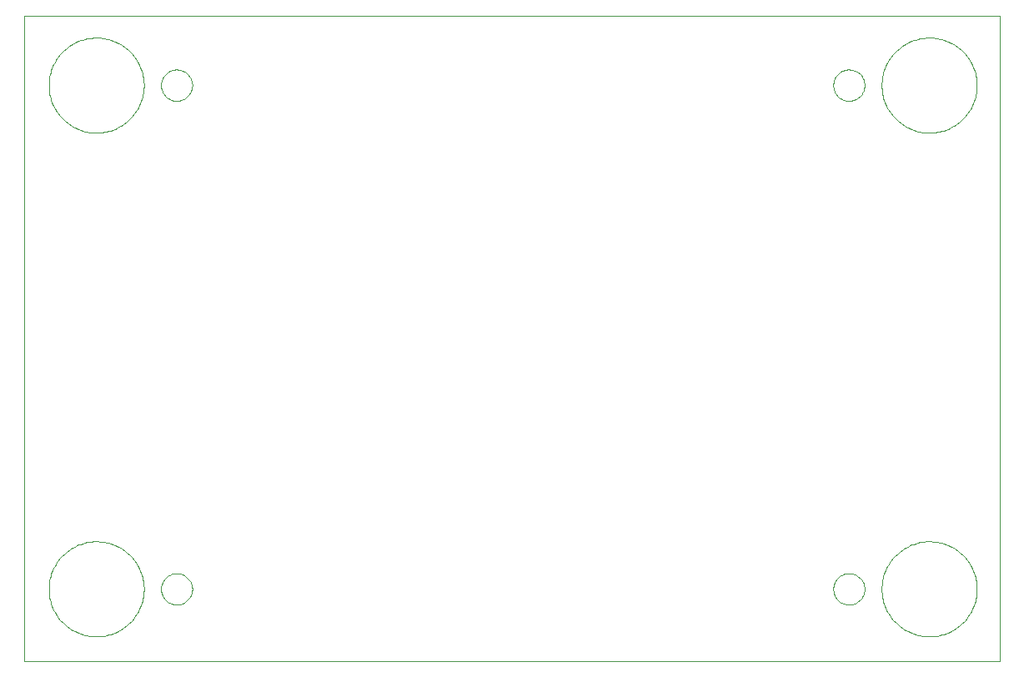
<source format=gko>
G75*
%MOIN*%
%OFA0B0*%
%FSLAX24Y24*%
%IPPOS*%
%LPD*%
%AMOC8*
5,1,8,0,0,1.08239X$1,22.5*
%
%ADD10C,0.0000*%
D10*
X002180Y002680D02*
X002180Y028460D01*
X041180Y028460D01*
X041180Y002680D01*
X002180Y002680D01*
X003155Y005555D02*
X003157Y005642D01*
X003163Y005729D01*
X003173Y005816D01*
X003187Y005902D01*
X003205Y005987D01*
X003226Y006071D01*
X003252Y006155D01*
X003281Y006237D01*
X003315Y006317D01*
X003351Y006396D01*
X003392Y006473D01*
X003436Y006549D01*
X003483Y006622D01*
X003533Y006693D01*
X003587Y006761D01*
X003644Y006827D01*
X003704Y006891D01*
X003766Y006951D01*
X003832Y007009D01*
X003900Y007063D01*
X003970Y007115D01*
X004043Y007163D01*
X004118Y007208D01*
X004194Y007249D01*
X004273Y007287D01*
X004353Y007321D01*
X004435Y007351D01*
X004518Y007377D01*
X004602Y007400D01*
X004687Y007419D01*
X004773Y007434D01*
X004859Y007445D01*
X004946Y007452D01*
X005033Y007455D01*
X005120Y007454D01*
X005207Y007449D01*
X005294Y007440D01*
X005380Y007427D01*
X005466Y007410D01*
X005550Y007389D01*
X005634Y007365D01*
X005716Y007336D01*
X005797Y007304D01*
X005877Y007268D01*
X005954Y007229D01*
X006030Y007186D01*
X006104Y007139D01*
X006175Y007090D01*
X006244Y007037D01*
X006311Y006980D01*
X006375Y006921D01*
X006436Y006859D01*
X006495Y006795D01*
X006550Y006727D01*
X006602Y006658D01*
X006651Y006586D01*
X006697Y006511D01*
X006739Y006435D01*
X006777Y006357D01*
X006812Y006277D01*
X006844Y006196D01*
X006871Y006113D01*
X006895Y006029D01*
X006915Y005944D01*
X006931Y005859D01*
X006943Y005772D01*
X006951Y005686D01*
X006955Y005599D01*
X006955Y005511D01*
X006951Y005424D01*
X006943Y005338D01*
X006931Y005251D01*
X006915Y005166D01*
X006895Y005081D01*
X006871Y004997D01*
X006844Y004914D01*
X006812Y004833D01*
X006777Y004753D01*
X006739Y004675D01*
X006697Y004599D01*
X006651Y004524D01*
X006602Y004452D01*
X006550Y004383D01*
X006495Y004315D01*
X006436Y004251D01*
X006375Y004189D01*
X006311Y004130D01*
X006244Y004073D01*
X006175Y004020D01*
X006104Y003971D01*
X006030Y003924D01*
X005954Y003881D01*
X005877Y003842D01*
X005797Y003806D01*
X005716Y003774D01*
X005634Y003745D01*
X005550Y003721D01*
X005466Y003700D01*
X005380Y003683D01*
X005294Y003670D01*
X005207Y003661D01*
X005120Y003656D01*
X005033Y003655D01*
X004946Y003658D01*
X004859Y003665D01*
X004773Y003676D01*
X004687Y003691D01*
X004602Y003710D01*
X004518Y003733D01*
X004435Y003759D01*
X004353Y003789D01*
X004273Y003823D01*
X004194Y003861D01*
X004118Y003902D01*
X004043Y003947D01*
X003970Y003995D01*
X003900Y004047D01*
X003832Y004101D01*
X003766Y004159D01*
X003704Y004219D01*
X003644Y004283D01*
X003587Y004349D01*
X003533Y004417D01*
X003483Y004488D01*
X003436Y004561D01*
X003392Y004637D01*
X003351Y004714D01*
X003315Y004793D01*
X003281Y004873D01*
X003252Y004955D01*
X003226Y005039D01*
X003205Y005123D01*
X003187Y005208D01*
X003173Y005294D01*
X003163Y005381D01*
X003157Y005468D01*
X003155Y005555D01*
X007640Y005555D02*
X007642Y005605D01*
X007648Y005654D01*
X007658Y005703D01*
X007671Y005750D01*
X007689Y005797D01*
X007710Y005842D01*
X007734Y005885D01*
X007762Y005926D01*
X007793Y005965D01*
X007827Y006001D01*
X007864Y006035D01*
X007904Y006065D01*
X007945Y006092D01*
X007989Y006116D01*
X008034Y006136D01*
X008081Y006152D01*
X008129Y006165D01*
X008178Y006174D01*
X008228Y006179D01*
X008277Y006180D01*
X008327Y006177D01*
X008376Y006170D01*
X008425Y006159D01*
X008472Y006145D01*
X008518Y006126D01*
X008563Y006104D01*
X008606Y006079D01*
X008646Y006050D01*
X008684Y006018D01*
X008720Y005984D01*
X008753Y005946D01*
X008782Y005906D01*
X008808Y005864D01*
X008831Y005820D01*
X008850Y005774D01*
X008866Y005727D01*
X008878Y005678D01*
X008886Y005629D01*
X008890Y005580D01*
X008890Y005530D01*
X008886Y005481D01*
X008878Y005432D01*
X008866Y005383D01*
X008850Y005336D01*
X008831Y005290D01*
X008808Y005246D01*
X008782Y005204D01*
X008753Y005164D01*
X008720Y005126D01*
X008684Y005092D01*
X008646Y005060D01*
X008606Y005031D01*
X008563Y005006D01*
X008518Y004984D01*
X008472Y004965D01*
X008425Y004951D01*
X008376Y004940D01*
X008327Y004933D01*
X008277Y004930D01*
X008228Y004931D01*
X008178Y004936D01*
X008129Y004945D01*
X008081Y004958D01*
X008034Y004974D01*
X007989Y004994D01*
X007945Y005018D01*
X007904Y005045D01*
X007864Y005075D01*
X007827Y005109D01*
X007793Y005145D01*
X007762Y005184D01*
X007734Y005225D01*
X007710Y005268D01*
X007689Y005313D01*
X007671Y005360D01*
X007658Y005407D01*
X007648Y005456D01*
X007642Y005505D01*
X007640Y005555D01*
X034515Y005555D02*
X034517Y005605D01*
X034523Y005654D01*
X034533Y005703D01*
X034546Y005750D01*
X034564Y005797D01*
X034585Y005842D01*
X034609Y005885D01*
X034637Y005926D01*
X034668Y005965D01*
X034702Y006001D01*
X034739Y006035D01*
X034779Y006065D01*
X034820Y006092D01*
X034864Y006116D01*
X034909Y006136D01*
X034956Y006152D01*
X035004Y006165D01*
X035053Y006174D01*
X035103Y006179D01*
X035152Y006180D01*
X035202Y006177D01*
X035251Y006170D01*
X035300Y006159D01*
X035347Y006145D01*
X035393Y006126D01*
X035438Y006104D01*
X035481Y006079D01*
X035521Y006050D01*
X035559Y006018D01*
X035595Y005984D01*
X035628Y005946D01*
X035657Y005906D01*
X035683Y005864D01*
X035706Y005820D01*
X035725Y005774D01*
X035741Y005727D01*
X035753Y005678D01*
X035761Y005629D01*
X035765Y005580D01*
X035765Y005530D01*
X035761Y005481D01*
X035753Y005432D01*
X035741Y005383D01*
X035725Y005336D01*
X035706Y005290D01*
X035683Y005246D01*
X035657Y005204D01*
X035628Y005164D01*
X035595Y005126D01*
X035559Y005092D01*
X035521Y005060D01*
X035481Y005031D01*
X035438Y005006D01*
X035393Y004984D01*
X035347Y004965D01*
X035300Y004951D01*
X035251Y004940D01*
X035202Y004933D01*
X035152Y004930D01*
X035103Y004931D01*
X035053Y004936D01*
X035004Y004945D01*
X034956Y004958D01*
X034909Y004974D01*
X034864Y004994D01*
X034820Y005018D01*
X034779Y005045D01*
X034739Y005075D01*
X034702Y005109D01*
X034668Y005145D01*
X034637Y005184D01*
X034609Y005225D01*
X034585Y005268D01*
X034564Y005313D01*
X034546Y005360D01*
X034533Y005407D01*
X034523Y005456D01*
X034517Y005505D01*
X034515Y005555D01*
X036450Y005555D02*
X036452Y005642D01*
X036458Y005729D01*
X036468Y005816D01*
X036482Y005902D01*
X036500Y005987D01*
X036521Y006071D01*
X036547Y006155D01*
X036576Y006237D01*
X036610Y006317D01*
X036646Y006396D01*
X036687Y006473D01*
X036731Y006549D01*
X036778Y006622D01*
X036828Y006693D01*
X036882Y006761D01*
X036939Y006827D01*
X036999Y006891D01*
X037061Y006951D01*
X037127Y007009D01*
X037195Y007063D01*
X037265Y007115D01*
X037338Y007163D01*
X037413Y007208D01*
X037489Y007249D01*
X037568Y007287D01*
X037648Y007321D01*
X037730Y007351D01*
X037813Y007377D01*
X037897Y007400D01*
X037982Y007419D01*
X038068Y007434D01*
X038154Y007445D01*
X038241Y007452D01*
X038328Y007455D01*
X038415Y007454D01*
X038502Y007449D01*
X038589Y007440D01*
X038675Y007427D01*
X038761Y007410D01*
X038845Y007389D01*
X038929Y007365D01*
X039011Y007336D01*
X039092Y007304D01*
X039172Y007268D01*
X039249Y007229D01*
X039325Y007186D01*
X039399Y007139D01*
X039470Y007090D01*
X039539Y007037D01*
X039606Y006980D01*
X039670Y006921D01*
X039731Y006859D01*
X039790Y006795D01*
X039845Y006727D01*
X039897Y006658D01*
X039946Y006586D01*
X039992Y006511D01*
X040034Y006435D01*
X040072Y006357D01*
X040107Y006277D01*
X040139Y006196D01*
X040166Y006113D01*
X040190Y006029D01*
X040210Y005944D01*
X040226Y005859D01*
X040238Y005772D01*
X040246Y005686D01*
X040250Y005599D01*
X040250Y005511D01*
X040246Y005424D01*
X040238Y005338D01*
X040226Y005251D01*
X040210Y005166D01*
X040190Y005081D01*
X040166Y004997D01*
X040139Y004914D01*
X040107Y004833D01*
X040072Y004753D01*
X040034Y004675D01*
X039992Y004599D01*
X039946Y004524D01*
X039897Y004452D01*
X039845Y004383D01*
X039790Y004315D01*
X039731Y004251D01*
X039670Y004189D01*
X039606Y004130D01*
X039539Y004073D01*
X039470Y004020D01*
X039399Y003971D01*
X039325Y003924D01*
X039249Y003881D01*
X039172Y003842D01*
X039092Y003806D01*
X039011Y003774D01*
X038929Y003745D01*
X038845Y003721D01*
X038761Y003700D01*
X038675Y003683D01*
X038589Y003670D01*
X038502Y003661D01*
X038415Y003656D01*
X038328Y003655D01*
X038241Y003658D01*
X038154Y003665D01*
X038068Y003676D01*
X037982Y003691D01*
X037897Y003710D01*
X037813Y003733D01*
X037730Y003759D01*
X037648Y003789D01*
X037568Y003823D01*
X037489Y003861D01*
X037413Y003902D01*
X037338Y003947D01*
X037265Y003995D01*
X037195Y004047D01*
X037127Y004101D01*
X037061Y004159D01*
X036999Y004219D01*
X036939Y004283D01*
X036882Y004349D01*
X036828Y004417D01*
X036778Y004488D01*
X036731Y004561D01*
X036687Y004637D01*
X036646Y004714D01*
X036610Y004793D01*
X036576Y004873D01*
X036547Y004955D01*
X036521Y005039D01*
X036500Y005123D01*
X036482Y005208D01*
X036468Y005294D01*
X036458Y005381D01*
X036452Y005468D01*
X036450Y005555D01*
X034515Y025695D02*
X034517Y025745D01*
X034523Y025794D01*
X034533Y025843D01*
X034546Y025890D01*
X034564Y025937D01*
X034585Y025982D01*
X034609Y026025D01*
X034637Y026066D01*
X034668Y026105D01*
X034702Y026141D01*
X034739Y026175D01*
X034779Y026205D01*
X034820Y026232D01*
X034864Y026256D01*
X034909Y026276D01*
X034956Y026292D01*
X035004Y026305D01*
X035053Y026314D01*
X035103Y026319D01*
X035152Y026320D01*
X035202Y026317D01*
X035251Y026310D01*
X035300Y026299D01*
X035347Y026285D01*
X035393Y026266D01*
X035438Y026244D01*
X035481Y026219D01*
X035521Y026190D01*
X035559Y026158D01*
X035595Y026124D01*
X035628Y026086D01*
X035657Y026046D01*
X035683Y026004D01*
X035706Y025960D01*
X035725Y025914D01*
X035741Y025867D01*
X035753Y025818D01*
X035761Y025769D01*
X035765Y025720D01*
X035765Y025670D01*
X035761Y025621D01*
X035753Y025572D01*
X035741Y025523D01*
X035725Y025476D01*
X035706Y025430D01*
X035683Y025386D01*
X035657Y025344D01*
X035628Y025304D01*
X035595Y025266D01*
X035559Y025232D01*
X035521Y025200D01*
X035481Y025171D01*
X035438Y025146D01*
X035393Y025124D01*
X035347Y025105D01*
X035300Y025091D01*
X035251Y025080D01*
X035202Y025073D01*
X035152Y025070D01*
X035103Y025071D01*
X035053Y025076D01*
X035004Y025085D01*
X034956Y025098D01*
X034909Y025114D01*
X034864Y025134D01*
X034820Y025158D01*
X034779Y025185D01*
X034739Y025215D01*
X034702Y025249D01*
X034668Y025285D01*
X034637Y025324D01*
X034609Y025365D01*
X034585Y025408D01*
X034564Y025453D01*
X034546Y025500D01*
X034533Y025547D01*
X034523Y025596D01*
X034517Y025645D01*
X034515Y025695D01*
X036450Y025695D02*
X036452Y025782D01*
X036458Y025869D01*
X036468Y025956D01*
X036482Y026042D01*
X036500Y026127D01*
X036521Y026211D01*
X036547Y026295D01*
X036576Y026377D01*
X036610Y026457D01*
X036646Y026536D01*
X036687Y026613D01*
X036731Y026689D01*
X036778Y026762D01*
X036828Y026833D01*
X036882Y026901D01*
X036939Y026967D01*
X036999Y027031D01*
X037061Y027091D01*
X037127Y027149D01*
X037195Y027203D01*
X037265Y027255D01*
X037338Y027303D01*
X037413Y027348D01*
X037489Y027389D01*
X037568Y027427D01*
X037648Y027461D01*
X037730Y027491D01*
X037813Y027517D01*
X037897Y027540D01*
X037982Y027559D01*
X038068Y027574D01*
X038154Y027585D01*
X038241Y027592D01*
X038328Y027595D01*
X038415Y027594D01*
X038502Y027589D01*
X038589Y027580D01*
X038675Y027567D01*
X038761Y027550D01*
X038845Y027529D01*
X038929Y027505D01*
X039011Y027476D01*
X039092Y027444D01*
X039172Y027408D01*
X039249Y027369D01*
X039325Y027326D01*
X039399Y027279D01*
X039470Y027230D01*
X039539Y027177D01*
X039606Y027120D01*
X039670Y027061D01*
X039731Y026999D01*
X039790Y026935D01*
X039845Y026867D01*
X039897Y026798D01*
X039946Y026726D01*
X039992Y026651D01*
X040034Y026575D01*
X040072Y026497D01*
X040107Y026417D01*
X040139Y026336D01*
X040166Y026253D01*
X040190Y026169D01*
X040210Y026084D01*
X040226Y025999D01*
X040238Y025912D01*
X040246Y025826D01*
X040250Y025739D01*
X040250Y025651D01*
X040246Y025564D01*
X040238Y025478D01*
X040226Y025391D01*
X040210Y025306D01*
X040190Y025221D01*
X040166Y025137D01*
X040139Y025054D01*
X040107Y024973D01*
X040072Y024893D01*
X040034Y024815D01*
X039992Y024739D01*
X039946Y024664D01*
X039897Y024592D01*
X039845Y024523D01*
X039790Y024455D01*
X039731Y024391D01*
X039670Y024329D01*
X039606Y024270D01*
X039539Y024213D01*
X039470Y024160D01*
X039399Y024111D01*
X039325Y024064D01*
X039249Y024021D01*
X039172Y023982D01*
X039092Y023946D01*
X039011Y023914D01*
X038929Y023885D01*
X038845Y023861D01*
X038761Y023840D01*
X038675Y023823D01*
X038589Y023810D01*
X038502Y023801D01*
X038415Y023796D01*
X038328Y023795D01*
X038241Y023798D01*
X038154Y023805D01*
X038068Y023816D01*
X037982Y023831D01*
X037897Y023850D01*
X037813Y023873D01*
X037730Y023899D01*
X037648Y023929D01*
X037568Y023963D01*
X037489Y024001D01*
X037413Y024042D01*
X037338Y024087D01*
X037265Y024135D01*
X037195Y024187D01*
X037127Y024241D01*
X037061Y024299D01*
X036999Y024359D01*
X036939Y024423D01*
X036882Y024489D01*
X036828Y024557D01*
X036778Y024628D01*
X036731Y024701D01*
X036687Y024777D01*
X036646Y024854D01*
X036610Y024933D01*
X036576Y025013D01*
X036547Y025095D01*
X036521Y025179D01*
X036500Y025263D01*
X036482Y025348D01*
X036468Y025434D01*
X036458Y025521D01*
X036452Y025608D01*
X036450Y025695D01*
X007640Y025695D02*
X007642Y025745D01*
X007648Y025794D01*
X007658Y025843D01*
X007671Y025890D01*
X007689Y025937D01*
X007710Y025982D01*
X007734Y026025D01*
X007762Y026066D01*
X007793Y026105D01*
X007827Y026141D01*
X007864Y026175D01*
X007904Y026205D01*
X007945Y026232D01*
X007989Y026256D01*
X008034Y026276D01*
X008081Y026292D01*
X008129Y026305D01*
X008178Y026314D01*
X008228Y026319D01*
X008277Y026320D01*
X008327Y026317D01*
X008376Y026310D01*
X008425Y026299D01*
X008472Y026285D01*
X008518Y026266D01*
X008563Y026244D01*
X008606Y026219D01*
X008646Y026190D01*
X008684Y026158D01*
X008720Y026124D01*
X008753Y026086D01*
X008782Y026046D01*
X008808Y026004D01*
X008831Y025960D01*
X008850Y025914D01*
X008866Y025867D01*
X008878Y025818D01*
X008886Y025769D01*
X008890Y025720D01*
X008890Y025670D01*
X008886Y025621D01*
X008878Y025572D01*
X008866Y025523D01*
X008850Y025476D01*
X008831Y025430D01*
X008808Y025386D01*
X008782Y025344D01*
X008753Y025304D01*
X008720Y025266D01*
X008684Y025232D01*
X008646Y025200D01*
X008606Y025171D01*
X008563Y025146D01*
X008518Y025124D01*
X008472Y025105D01*
X008425Y025091D01*
X008376Y025080D01*
X008327Y025073D01*
X008277Y025070D01*
X008228Y025071D01*
X008178Y025076D01*
X008129Y025085D01*
X008081Y025098D01*
X008034Y025114D01*
X007989Y025134D01*
X007945Y025158D01*
X007904Y025185D01*
X007864Y025215D01*
X007827Y025249D01*
X007793Y025285D01*
X007762Y025324D01*
X007734Y025365D01*
X007710Y025408D01*
X007689Y025453D01*
X007671Y025500D01*
X007658Y025547D01*
X007648Y025596D01*
X007642Y025645D01*
X007640Y025695D01*
X003155Y025695D02*
X003157Y025782D01*
X003163Y025869D01*
X003173Y025956D01*
X003187Y026042D01*
X003205Y026127D01*
X003226Y026211D01*
X003252Y026295D01*
X003281Y026377D01*
X003315Y026457D01*
X003351Y026536D01*
X003392Y026613D01*
X003436Y026689D01*
X003483Y026762D01*
X003533Y026833D01*
X003587Y026901D01*
X003644Y026967D01*
X003704Y027031D01*
X003766Y027091D01*
X003832Y027149D01*
X003900Y027203D01*
X003970Y027255D01*
X004043Y027303D01*
X004118Y027348D01*
X004194Y027389D01*
X004273Y027427D01*
X004353Y027461D01*
X004435Y027491D01*
X004518Y027517D01*
X004602Y027540D01*
X004687Y027559D01*
X004773Y027574D01*
X004859Y027585D01*
X004946Y027592D01*
X005033Y027595D01*
X005120Y027594D01*
X005207Y027589D01*
X005294Y027580D01*
X005380Y027567D01*
X005466Y027550D01*
X005550Y027529D01*
X005634Y027505D01*
X005716Y027476D01*
X005797Y027444D01*
X005877Y027408D01*
X005954Y027369D01*
X006030Y027326D01*
X006104Y027279D01*
X006175Y027230D01*
X006244Y027177D01*
X006311Y027120D01*
X006375Y027061D01*
X006436Y026999D01*
X006495Y026935D01*
X006550Y026867D01*
X006602Y026798D01*
X006651Y026726D01*
X006697Y026651D01*
X006739Y026575D01*
X006777Y026497D01*
X006812Y026417D01*
X006844Y026336D01*
X006871Y026253D01*
X006895Y026169D01*
X006915Y026084D01*
X006931Y025999D01*
X006943Y025912D01*
X006951Y025826D01*
X006955Y025739D01*
X006955Y025651D01*
X006951Y025564D01*
X006943Y025478D01*
X006931Y025391D01*
X006915Y025306D01*
X006895Y025221D01*
X006871Y025137D01*
X006844Y025054D01*
X006812Y024973D01*
X006777Y024893D01*
X006739Y024815D01*
X006697Y024739D01*
X006651Y024664D01*
X006602Y024592D01*
X006550Y024523D01*
X006495Y024455D01*
X006436Y024391D01*
X006375Y024329D01*
X006311Y024270D01*
X006244Y024213D01*
X006175Y024160D01*
X006104Y024111D01*
X006030Y024064D01*
X005954Y024021D01*
X005877Y023982D01*
X005797Y023946D01*
X005716Y023914D01*
X005634Y023885D01*
X005550Y023861D01*
X005466Y023840D01*
X005380Y023823D01*
X005294Y023810D01*
X005207Y023801D01*
X005120Y023796D01*
X005033Y023795D01*
X004946Y023798D01*
X004859Y023805D01*
X004773Y023816D01*
X004687Y023831D01*
X004602Y023850D01*
X004518Y023873D01*
X004435Y023899D01*
X004353Y023929D01*
X004273Y023963D01*
X004194Y024001D01*
X004118Y024042D01*
X004043Y024087D01*
X003970Y024135D01*
X003900Y024187D01*
X003832Y024241D01*
X003766Y024299D01*
X003704Y024359D01*
X003644Y024423D01*
X003587Y024489D01*
X003533Y024557D01*
X003483Y024628D01*
X003436Y024701D01*
X003392Y024777D01*
X003351Y024854D01*
X003315Y024933D01*
X003281Y025013D01*
X003252Y025095D01*
X003226Y025179D01*
X003205Y025263D01*
X003187Y025348D01*
X003173Y025434D01*
X003163Y025521D01*
X003157Y025608D01*
X003155Y025695D01*
M02*

</source>
